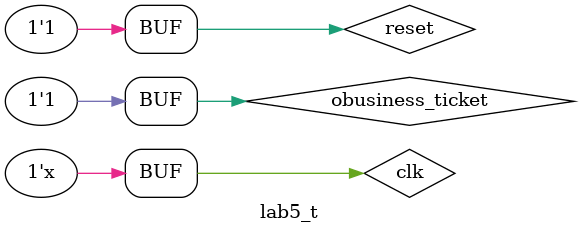
<source format=v>
`timescale 1ns / 1ps

module lab5_t;
parameter cyc = 10;

reg clk, reset, money_5, money_10, cancel, business_ticket, general_ticket;
wire [9:0] drop_money;
wire drop_business_ticket, drop_general_ticket;
wire [3:0] DIGIT;
wire [6:0] DISPLAY;

lab5 lab(
    clk,
    reset,
    money_5,
    money_10,
    cancel,
    business_ticket,
    general_ticket,
    drop_money,
    drop_business_ticket,
    drop_general_ticket,
    DIGIT,
    DISPLAY
);

always #(cyc/2) clk = ~clk;

initial begin
    clk = 1;
    reset = 1;
    #(cyc);
    #(cyc);
    obusiness_ticket = 1;
end

endmodule

</source>
